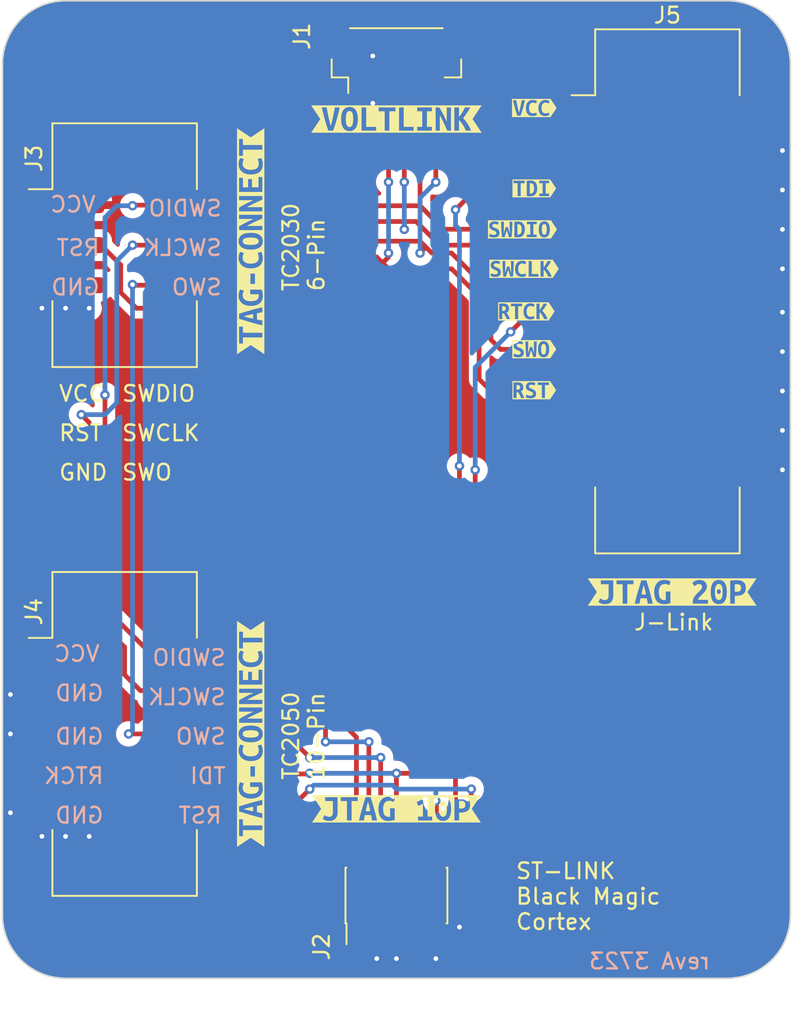
<source format=kicad_pcb>
(kicad_pcb (version 20240108) (generator "pcbnew") (generator_version "8.0")
  (layers (0 "F.Cu" signal) (31 "B.Cu" signal) (34 "B.Paste" user) (35 "F.Paste" user) (36 "B.SilkS" user "B.Silkscreen") (37 "F.SilkS" user "F.Silkscreen") (38 "B.Mask" user) (39 "F.Mask" user) (44 "Edge.Cuts" user))
  (net 0 "")
  (net 1 "VCC")
  (net 2 "GND")
  (net 3 "/RTCK")
  (net 4 "/TDI")
  (net 5 "/RESET")
  (net 6 "/TXD")
  (net 7 "/RXD")
  (net 8 "/IO0")
  (net 9 "/EN")
  (net 10 "/TMS{slash}SWDIO")
  (net 11 "/TCLK{slash}SWCLK")
  (net 12 "/TDO{slash}SWO")
  (footprint "kibuzzard-6507D818" (layer "F.Cu") (at 140.25 88.2)
    (property "Reference" "kibuzzard-6507D818" (hide yes))
    (property "Value" "G***" (hide yes))
  )
  (footprint "kibuzzard-64FC233E" (layer "F.Cu") (at 131.5 71)
    (property "Reference" "kibuzzard-64FC233E" (hide yes))
    (property "Value" "G***" (hide yes))
  )
  (footprint "kibuzzard-6507D7E8" (layer "F.Cu") (at 140.25 75.4)
    (property "Reference" "kibuzzard-6507D7E8" (hide yes))
    (property "Value" "G***" (hide yes))
  )
  (footprint "kibuzzard-64FC2395" (layer "F.Cu") (at 149 101)
    (property "Reference" "kibuzzard-64FC2395" (hide yes))
    (property "Value" "G***" (hide yes))
  )
  (footprint "Voltlog:voltlog_mask_3mm" (layer "F.Cu") (at 121.514531 94.48057 90)
    (property "Reference" "V1" (hide yes))
    (property "Value" "VOLTLOG_LOGO" (hide yes))
  )
  (footprint "kibuzzard-6507D7D7" (layer "F.Cu") (at 140.25 70.3)
    (property "Reference" "kibuzzard-6507D7D7" (hide yes))
    (property "Value" "G***" (hide yes))
  )
  (footprint "kibuzzard-6507D7FA" (layer "F.Cu") (at 139.5 78)
    (property "Reference" "kibuzzard-6507D7FA" (hide yes))
    (property "Value" "G***" (hide yes))
  )
  (footprint "kibuzzard-64FC234D" (layer "F.Cu") (at 122.25 78.75 90)
    (property "Reference" "kibuzzard-64FC234D" (hide yes))
    (property "Value" "G***" (hide yes))
  )
  (footprint "kibuzzard-6507D812" (layer "F.Cu") (at 140.25 85.6)
    (property "Reference" "kibuzzard-6507D812" (hide yes))
    (property "Value" "G***" (hide yes))
  )
  (footprint "kibuzzard-6507D800" (layer "F.Cu") (at 139.6 80.5)
    (property "Reference" "kibuzzard-6507D800" (hide yes))
    (property "Value" "G***" (hide yes))
  )
  (footprint "Connector_IDC:IDC-Header_2x05_P2.54mm_Vertical_SMD" (layer "F.Cu") (at 114.25 110)
    (property "Reference" "J4" (at -5.75 -7.75 90) (layer "F.SilkS"))
    (property "Value" "TC2050-IDC 10-Pin")
    (pad "1" smd roundrect (at -3.8 -5.08) (size 5 1.02) (layers "F.Cu" "F.Paste" "F.Mask") (net 1 "VCC"))
    (pad "2" smd roundrect (at 3.8 -5.08) (size 5 1.02) (layers "F.Cu" "F.Paste" "F.Mask") (net 10 "/TMS{slash}SWDIO"))
    (pad "3" smd roundrect (at -3.8 -2.54) (size 5 1.02) (layers "F.Cu" "F.Paste" "F.Mask") (net 2 "GND"))
    (pad "4" smd roundrect (at 3.8 -2.54) (size 5 1.02) (layers "F.Cu" "F.Paste" "F.Mask") (net 11 "/TCLK{slash}SWCLK"))
    (pad "5" smd roundrect (at -3.8 0) (size 5 1.02) (layers "F.Cu" "F.Paste" "F.Mask") (net 2 "GND"))
    (pad "6" smd roundrect (at 3.8 0) (size 5 1.02) (layers "F.Cu" "F.Paste" "F.Mask") (net 12 "/TDO{slash}SWO"))
    (pad "7" smd roundrect (at -3.8 2.54) (size 5 1.02) (layers "F.Cu" "F.Paste" "F.Mask") (net 3 "/RTCK"))
    (pad "8" smd roundrect (at 3.8 2.54) (size 5 1.02) (layers "F.Cu" "F.Paste" "F.Mask") (net 4 "/TDI"))
    (pad "9" smd roundrect (at -3.8 5.08) (size 5 1.02) (layers "F.Cu" "F.Paste" "F.Mask") (net 2 "GND"))
    (pad "10" smd roundrect (at 3.8 5.08) (size 5 1.02) (layers "F.Cu" "F.Paste" "F.Mask") (net 5 "/RESET"))
  )
  (footprint "Connector_IDC:IDC-Header_2x10_P2.54mm_Vertical_SMD" (layer "F.Cu") (at 148.7 81.93)
    (property "Reference" "J5" (at 0 -17.51 0) (layer "F.SilkS"))
    (property "Value" "Conn_ARM_JTAG_SWD_20")
    (pad "1" smd roundrect (at -3.8 -11.43) (size 5 1.02) (layers "F.Cu" "F.Paste" "F.Mask") (net 1 "VCC"))
    (pad "2" smd roundrect (at 3.8 -11.43) (size 5 1.02) (layers "F.Cu" "F.Paste" "F.Mask") (net 1 "VCC"))
    (pad "3" smd roundrect (at -3.8 -8.89) (size 5 1.02) (layers "F.Cu" "F.Paste" "F.Mask"))
    (pad "4" smd roundrect (at 3.8 -8.89) (size 5 1.02) (layers "F.Cu" "F.Paste" "F.Mask") (net 2 "GND"))
    (pad "5" smd roundrect (at -3.8 -6.35) (size 5 1.02) (layers "F.Cu" "F.Paste" "F.Mask") (net 4 "/TDI"))
    (pad "6" smd roundrect (at 3.8 -6.35) (size 5 1.02) (layers "F.Cu" "F.Paste" "F.Mask") (net 2 "GND"))
    (pad "7" smd roundrect (at -3.8 -3.81) (size 5 1.02) (layers "F.Cu" "F.Paste" "F.Mask") (net 10 "/TMS{slash}SWDIO"))
    (pad "8" smd roundrect (at 3.8 -3.81) (size 5 1.02) (layers "F.Cu" "F.Paste" "F.Mask") (net 2 "GND"))
    (pad "9" smd roundrect (at -3.8 -1.27) (size 5 1.02) (layers "F.Cu" "F.Paste" "F.Mask") (net 11 "/TCLK{slash}SWCLK"))
    (pad "10" smd roundrect (at 3.8 -1.27) (size 5 1.02) (layers "F.Cu" "F.Paste" "F.Mask") (net 2 "GND"))
    (pad "11" smd roundrect (at -3.8 1.27) (size 5 1.02) (layers "F.Cu" "F.Paste" "F.Mask") (net 3 "/RTCK"))
    (pad "12" smd roundrect (at 3.8 1.27) (size 5 1.02) (layers "F.Cu" "F.Paste" "F.Mask") (net 2 "GND"))
    (pad "13" smd roundrect (at -3.8 3.81) (size 5 1.02) (layers "F.Cu" "F.Paste" "F.Mask") (net 12 "/TDO{slash}SWO"))
    (pad "14" smd roundrect (at 3.8 3.81) (size 5 1.02) (layers "F.Cu" "F.Paste" "F.Mask") (net 2 "GND"))
    (pad "15" smd roundrect (at -3.8 6.35) (size 5 1.02) (layers "F.Cu" "F.Paste" "F.Mask") (net 5 "/RESET"))
    (pad "16" smd roundrect (at 3.8 6.35) (size 5 1.02) (layers "F.Cu" "F.Paste" "F.Mask") (net 2 "GND"))
    (pad "17" smd roundrect (at -3.8 8.89) (size 5 1.02) (layers "F.Cu" "F.Paste" "F.Mask"))
    (pad "18" smd roundrect (at 3.8 8.89) (size 5 1.02) (layers "F.Cu" "F.Paste" "F.Mask") (net 2 "GND"))
    (pad "19" smd roundrect (at -3.8 11.43) (size 5 1.02) (layers "F.Cu" "F.Paste" "F.Mask"))
    (pad "20" smd roundrect (at 3.8 11.43) (size 5 1.02) (layers "F.Cu" "F.Paste" "F.Mask") (net 2 "GND"))
  )
  (footprint "kibuzzard-64FC235A" (layer "F.Cu") (at 122.25 110 90)
    (property "Reference" "kibuzzard-64FC235A" (hide yes))
    (property "Value" "G***" (hide yes))
  )
  (footprint "Connector_IDC:IDC-Header_2x03_P2.54mm_Vertical_SMD" (layer "F.Cu") (at 114.25 79)
    (property "Reference" "J3" (at -5.75 -5.5 90) (layer "F.SilkS"))
    (property "Value" "TC2030-IDC 6-Pin")
    (pad "1" smd roundrect (at -3.8 -2.54) (size 5 1.02) (layers "F.Cu" "F.Paste" "F.Mask") (net 1 "VCC"))
    (pad "2" smd roundrect (at 3.8 -2.54) (size 5 1.02) (layers "F.Cu" "F.Paste" "F.Mask") (net 10 "/TMS{slash}SWDIO"))
    (pad "3" smd roundrect (at -3.8 0) (size 5 1.02) (layers "F.Cu" "F.Paste" "F.Mask") (net 5 "/RESET"))
    (pad "4" smd roundrect (at 3.8 0) (size 5 1.02) (layers "F.Cu" "F.Paste" "F.Mask") (net 11 "/TCLK{slash}SWCLK"))
    (pad "5" smd roundrect (at -3.8 2.54) (size 5 1.02) (layers "F.Cu" "F.Paste" "F.Mask") (net 2 "GND"))
    (pad "6" smd roundrect (at 3.8 2.54) (size 5 1.02) (layers "F.Cu" "F.Paste" "F.Mask") (net 12 "/TDO{slash}SWO"))
  )
  (footprint "NetTie:NetTie-2_SMD_Pad0.5mm" (layer "F.Cu") (at 133 71 -90)
    (property "Reference" "NT3" (hide yes))
    (property "Value" "NetTie_2")
    (fp_poly (pts (xy -0.5 -0.25) (xy 0.5 -0.25) (xy 0.5 0.25) (xy -0.5 0.25)) (fill solid) (layer "F.Cu"))
    (pad "1" smd circle (at -0.5 0 270) (size 0.5 0.5) (layers "F.Cu") (net 8 "/IO0"))
    (pad "2" smd circle (at 0.5 0 270) (size 0.5 0.5) (layers "F.Cu") (net 10 "/TMS{slash}SWDIO"))
  )
  (footprint "Voltlog:VoltLink-vertical" (layer "F.Cu") (at 131.5 67.25)
    (property "Reference" "J1" (at -6 -1.5 90) (layer "F.SilkS"))
    (property "Value" "VoltLink_target")
    (pad "1" smd roundrect (at -2.5 1.325) (size 0.6 1.55) (layers "F.Cu" "F.Paste" "F.Mask") (net 1 "VCC"))
    (pad "2" smd roundrect (at -1.5 1.325) (size 0.6 1.55) (layers "F.Cu" "F.Paste" "F.Mask") (net 2 "GND"))
    (pad "3" smd roundrect (at -0.5 1.325) (size 0.6 1.55) (layers "F.Cu" "F.Paste" "F.Mask") (net 6 "/TXD"))
    (pad "4" smd roundrect (at 0.5 1.325) (size 0.6 1.55) (layers "F.Cu" "F.Paste" "F.Mask") (net 7 "/RXD"))
    (pad "5" smd roundrect (at 1.5 1.325) (size 0.6 1.55) (layers "F.Cu" "F.Paste" "F.Mask") (net 8 "/IO0"))
    (pad "6" smd roundrect (at 2.5 1.325) (size 0.6 1.55) (layers "F.Cu" "F.Paste" "F.Mask") (net 9 "/EN"))
    (pad "MP" smd roundrect (at -3.8 -1.2) (size 1.2 1.8) (layers "F.Cu" "F.Paste" "F.Mask") (roundrect_rratio 0.2083333333))
    (pad "MP" smd roundrect (at 3.8 -1.2) (size 1.2 1.8) (layers "F.Cu" "F.Paste" "F.Mask") (roundrect_rratio 0.2083333333))
  )
  (footprint "kibuzzard-64FC2381" (layer "F.Cu") (at 131.5 114.75)
    (property "Reference" "kibuzzard-64FC2381" (hide yes))
    (property "Value" "G***" (hide yes))
  )
  (footprint "kibuzzard-6507D807" (layer "F.Cu") (at 139.75 83.2)
    (property "Reference" "kibuzzard-6507D807" (hide yes))
    (property "Value" "G***" (hide yes))
  )
  (footprint "Connector_PinHeader_1.27mm:PinHeader_2x05_P1.27mm_Vertical_SMD" (layer "F.Cu") (at 131.5 120.25 90)
    (property "Reference" "J2" (at -3.25 -4.75 -90) (layer "F.SilkS"))
    (property "Value" "JTAG 10pin P1.27mm")
    (pad "1" smd rect (at -1.95 -2.54 90) (size 2.4 0.74) (layers "F.Cu" "F.Paste" "F.Mask") (net 1 "VCC"))
    (pad "2" smd rect (at 1.95 -2.54 90) (size 2.4 0.74) (layers "F.Cu" "F.Paste" "F.Mask") (net 10 "/TMS{slash}SWDIO"))
    (pad "3" smd rect (at -1.95 -1.27 90) (size 2.4 0.74) (layers "F.Cu" "F.Paste" "F.Mask") (net 2 "GND"))
    (pad "4" smd rect (at 1.95 -1.27 90) (size 2.4 0.74) (layers "F.Cu" "F.Paste" "F.Mask") (net 11 "/TCLK{slash}SWCLK"))
    (pad "5" smd rect (at -1.95 0 90) (size 2.4 0.74) (layers "F.Cu" "F.Paste" "F.Mask") (net 2 "GND"))
    (pad "6" smd rect (at 1.95 0 90) (size 2.4 0.74) (layers "F.Cu" "F.Paste" "F.Mask") (net 12 "/TDO{slash}SWO"))
    (pad "7" smd rect (at -1.95 1.27 90) (size 2.4 0.74) (layers "F.Cu" "F.Paste" "F.Mask") (net 3 "/RTCK"))
    (pad "8" smd rect (at 1.95 1.27 90) (size 2.4 0.74) (layers "F.Cu" "F.Paste" "F.Mask") (net 4 "/TDI"))
    (pad "9" smd rect (at -1.95 2.54 90) (size 2.4 0.74) (layers "F.Cu" "F.Paste" "F.Mask") (net 2 "GND"))
    (pad "10" smd rect (at 1.95 2.54 90) (size 2.4 0.74) (layers "F.Cu" "F.Paste" "F.Mask") (net 5 "/RESET"))
  )
  (footprint "NetTie:NetTie-2_SMD_Pad0.5mm" (layer "F.Cu") (at 131 71 -90)
    (property "Reference" "NT1" (hide yes))
    (property "Value" "NetTie_2")
    (fp_poly (pts (xy -0.5 -0.25) (xy 0.5 -0.25) (xy 0.5 0.25) (xy -0.5 0.25)) (fill solid) (layer "F.Cu"))
    (pad "1" smd circle (at -0.5 0 270) (size 0.5 0.5) (layers "F.Cu") (net 6 "/TXD"))
    (pad "2" smd circle (at 0.5 0 270) (size 0.5 0.5) (layers "F.Cu") (net 5 "/RESET"))
  )
  (footprint "NetTie:NetTie-2_SMD_Pad0.5mm" (layer "F.Cu") (at 134 71 -90)
    (property "Reference" "NT4" (hide yes))
    (property "Value" "NetTie_2")
    (fp_poly (pts (xy -0.5 -0.25) (xy 0.5 -0.25) (xy 0.5 0.25) (xy -0.5 0.25)) (fill solid) (layer "F.Cu"))
    (pad "1" smd circle (at -0.5 0 270) (size 0.5 0.5) (layers "F.Cu") (net 9 "/EN"))
    (pad "2" smd circle (at 0.5 0 270) (size 0.5 0.5) (layers "F.Cu") (net 12 "/TDO{slash}SWO"))
  )
  (footprint "NetTie:NetTie-2_SMD_Pad0.5mm" (layer "F.Cu") (at 132 71 -90)
    (property "Reference" "NT2" (hide yes))
    (property "Value" "NetTie_2")
    (fp_poly (pts (xy -0.5 -0.25) (xy 0.5 -0.25) (xy 0.5 0.25) (xy -0.5 0.25)) (fill solid) (layer "F.Cu"))
    (pad "1" smd circle (at -0.5 0 270) (size 0.5 0.5) (layers "F.Cu") (net 7 "/RXD"))
    (pad "2" smd circle (at 0.5 0 270) (size 0.5 0.5) (layers "F.Cu") (net 11 "/TCLK{slash}SWCLK"))
  )
  (gr_arc (start 152.5 63.5) (mid 155.328427 64.671573) (end 156.5 67.5) (stroke (width 0.1)) (layer "Edge.Cuts"))
  (gr_arc (start 156.5 121.5) (mid 155.328427 124.328427) (end 152.5 125.5) (stroke (width 0.1)) (layer "Edge.Cuts"))
  (gr_line (start 156.5 67.5) (end 156.5 121.5) (stroke (width 0.1)) (layer "Edge.Cuts"))
  (gr_line (start 110.5 63.5) (end 152.5 63.5) (stroke (width 0.1)) (layer "Edge.Cuts"))
  (gr_arc (start 106.5 67.5) (mid 107.671573 64.671573) (end 110.5 63.5) (stroke (width 0.1)) (layer "Edge.Cuts"))
  (gr_line (start 152.5 125.5) (end 110.5 125.5) (stroke (width 0.1)) (layer "Edge.Cuts"))
  (gr_line (start 106.5 121.5) (end 106.5 67.5) (stroke (width 0.1)) (layer "Edge.Cuts"))
  (gr_arc (start 110.5 125.5) (mid 107.671573 124.328427) (end 106.5 121.5) (stroke (width 0.1)) (layer "Edge.Cuts"))
  (gr_text "SWDIO" (at 120.5 77.25 0) (layer "B.SilkS") (effects (font (size 1 1)) (justify left bottom mirror)))
  (gr_text "VCC" (at 112.75 105.5 0) (layer "B.SilkS") (effects (font (size 1 1)) (justify left bottom mirror)))
  (gr_text "GND" (at 113 115.75 0) (layer "B.SilkS") (effects (font (size 1 1)) (justify left bottom mirror)))
  (gr_text "RST" (at 112.75 79.75 0) (layer "B.SilkS") (effects (font (size 1 1)) (justify left bottom mirror)))
  (gr_text "GND" (at 113 108 0) (layer "B.SilkS") (effects (font (size 1 1)) (justify left bottom mirror)))
  (gr_text "GND" (at 112.75 82.25 0) (layer "B.SilkS") (effects (font (size 1 1)) (justify left bottom mirror)))
  (gr_text "SWCLK" (at 120.75 108.25 0) (layer "B.SilkS") (effects (font (size 1 1)) (justify left bottom mirror)))
  (gr_text "SWO" (at 120.5 82.25 0) (layer "B.SilkS") (effects (font (size 1 1)) (justify left bottom mirror)))
  (gr_text "SWO" (at 120.75 110.75 0) (layer "B.SilkS") (effects (font (size 1 1)) (justify left bottom mirror)))
  (gr_text "VCC" (at 112.5 77 0) (layer "B.SilkS") (effects (font (size 1 1)) (justify left bottom mirror)))
  (gr_text "RST" (at 120.5 115.75 0) (layer "B.SilkS") (effects (font (size 1 1)) (justify left bottom mirror)))
  (gr_text "revA 3723" (at 151.5 125 0) (layer "B.SilkS") (effects (font (size 1 1)) (justify left bottom mirror)))
  (gr_text "SWDIO" (at 120.75 105.75 0) (layer "B.SilkS") (effects (font (size 1 1)) (justify left bottom mirror)))
  (gr_text "TDI" (at 120.75 113.25 0) (layer "B.SilkS") (effects (font (size 1 1)) (justify left bottom mirror)))
  (gr_text "RTCK" (at 113 113.25 0) (layer "B.SilkS") (effects (font (size 1 1)) (justify left bottom mirror)))
  (gr_text "SWCLK" (at 120.5 79.75 0) (layer "B.SilkS") (effects (font (size 1 1)) (justify left bottom mirror)))
  (gr_text "GND" (at 113 110.75 0) (layer "B.SilkS") (effects (font (size 1 1)) (justify left bottom mirror)))
  (gr_text "RST" (at 110 91.5 -0) (layer "F.SilkS") (effects (font (size 1 1)) (justify left bottom)))
  (gr_text "SWO" (at 114 94 -0) (layer "F.SilkS") (effects (font (size 1 1)) (justify left bottom)))
  (gr_text "SWDIO" (at 114 89 -0) (layer "F.SilkS") (effects (font (size 1 1)) (justify left bottom)))
  (gr_text "TC2050\n10-Pin" (at 127 113 90) (layer "F.SilkS") (effects (font (size 1 1)) (justify left bottom)))
  (gr_text "J-Link" (at 146.5 103.5 0) (layer "F.SilkS") (effects (font (size 1 1)) (justify left bottom)))
  (gr_text "GND" (at 110 94 -0) (layer "F.SilkS") (effects (font (size 1 1)) (justify left bottom)))
  (gr_text "VCC" (at 110 89 -0) (layer "F.SilkS") (effects (font (size 1 1)) (justify left bottom)))
  (gr_text "SWCLK" (at 114 91.5 -0) (layer "F.SilkS") (effects (font (size 1 1)) (justify left bottom)))
  (gr_text "TC2030\n6-Pin" (at 127 82 90) (layer "F.SilkS") (effects (font (size 1 1)) (justify left bottom)))
  (gr_text "ST-LINK\nBlack Magic\nCortex\n" (at 139 122.5 0) (layer "F.SilkS") (effects (font (size 1 1)) (justify left bottom)))
  (segment (start 152.5 90.69) (end 155.94 90.69) (width 0.4) (layer "F.Cu") (net 2))
  (segment (start 111.96 81.54) (end 112 81.5) (width 0.4) (layer "F.Cu") (net 2))
  (segment (start 110.45 110) (end 107 110) (width 0.4) (layer "F.Cu") (net 2))
  (segment (start 152.5 93.23) (end 155.98 93.23) (width 0.4) (layer "F.Cu") (net 2))
  (segment (start 152.5 83.07) (end 155.82 83.07) (width 0.4) (layer "F.Cu") (net 2))
  (segment (start 152.5 77.99) (end 152.5 80.53) (width 0.4) (layer "F.Cu") (net 2))
  (segment (start 110.45 110) (end 110.45 107.46) (width 0.4) (layer "F.Cu") (net 2))
  (segment (start 110.45 115.08) (end 107.08 115.08) (width 0.4) (layer "F.Cu") (net 2))
  (segment (start 155.82 83.07) (end 156 83.25) (width 0.4) (layer "F.Cu") (net 2))
  (segment (start 155.99 77.99) (end 156 78) (width 0.4) (layer "F.Cu") (net 2))
  (segment (start 155.97 80.53) (end 156 80.5) (width 0.4) (layer "F.Cu") (net 2))
  (segment (start 155.9 88.15) (end 156 88.25) (width 0.4) (layer "F.Cu") (net 2))
  (segment (start 112 81.5) (end 112 83) (width 0.4) (layer "F.Cu") (net 2))
  (segment (start 155.91 72.91) (end 156 73) (width 0.4) (layer "F.Cu") (net 2))
  (segment (start 130.23 122.2) (end 130.23 124.23) (width 0.4) (layer "F.Cu") (net 2))
  (segment (start 110.45 115.08) (end 111.58 115.08) (width 0.4) (layer "F.Cu") (net 2))
  (segment (start 130.23 122.2) (end 131.5 122.2) (width 0.4) (layer "F.Cu") (net 2))
  (segment (start 152.5 77.99) (end 155.99 77.99) (width 0.4) (layer "F.Cu") (net 2))
  (segment (start 131.5 122.2) (end 131.5 124.25) (width 0.4) (layer "F.Cu") (net 2))
  (segment (start 155.95 75.45) (end 156 75.5) (width 0.4) (layer "F.Cu") (net 2))
  (segment (start 109.04 81.54) (end 109 81.5) (width 0.4) (layer "F.Cu") (net 2))
  (segment (start 110.45 115.08) (end 110.45 116.45) (width 0.4) (layer "F.Cu") (net 2))
  (segment (start 152.5 72.91) (end 152.5 75.45) (width 0.4) (layer "F.Cu") (net 2))
  (segment (start 130 68.575) (end 130 70) (width 0.4) (layer "F.Cu") (net 2))
  (segment (start 110.45 81.54) (end 110.45 82.95) (width 0.4) (layer "F.Cu") (net 2))
  (segment (start 152.5 80.53) (end 155.97 80.53) (width 0.4) (layer "F.Cu") (net 2))
  (segment (start 152.5 90.69) (end 152.5 93.23) (width 0.4) (layer "F.Cu") (net 2))
  (segment (start 152.5 80.53) (end 152.5 83.07) (width 0.4) (layer "F.Cu") (net 2))
  (segment (start 109.42 115.08) (end 109 115.5) (width 0.4) (layer "F.Cu") (net 2))
  (segment (start 112 115.5) (end 112 116.5) (width 0.4) (layer "F.Cu") (net 2))
  (segment (start 134.04 124.21) (end 134 124.25) (width 0.4) (layer "F.Cu") (net 2))
  (segment (start 110.45 81.54) (end 109.04 81.54) (width 0.4) (layer "F.Cu") (net 2))
  (segment (start 110.45 81.54) (end 111.96 81.54) (width 0.4) (layer "F.Cu") (net 2))
  (segment (start 152.5 72.91) (end 155.91 72.91) (width 0.4) (layer "F.Cu") (net 2))
  (segment (start 152.5 85.61) (end 152.5 88.15) (width 0.4) (layer "F.Cu") (net 2))
  (segment (start 107.08 115.08) (end 107 115) (width 0.4) (layer "F.Cu") (net 2))
  (segment (start 110.45 115.08) (end 109.42 115.08) (width 0.4) (layer "F.Cu") (net 2))
  (segment (start 155.94 90.69) (end 156 90.75) (width 0.4) (layer "F.Cu") (net 2))
  (segment (start 110.45 107.46) (end 107.04 107.46) (width 0.4) (layer "F.Cu") (net 2))
  (segment (start 130.23 124.23) (end 130.25 124.25) (width 0.4) (layer "F.Cu") (net 2))
  (segment (start 155.98 93.23) (end 156 93.25) (width 0.4) (layer "F.Cu") (net 2))
  (segment (start 107.04 107.46) (end 107 107.5) (width 0.4) (layer "F.Cu") (net 2))
  (segment (start 134.04 122.2) (end 134.04 124.21) (width 0.4) (layer "F.Cu") (net 2))
  (segment (start 152.5 75.45) (end 155.95 75.45) (width 0.4) (layer "F.Cu") (net 2))
  (segment (start 152.5 88.15) (end 152.5 90.69) (width 0.4) (layer "F.Cu") (net 2))
  (segment (start 110.45 116.45) (end 110.5 116.5) (width 0.4) (layer "F.Cu") (net 2))
  (segment (start 155.86 85.61) (end 156 85.75) (width 0.4) (layer "F.Cu") (net 2))
  (segment (start 135.45 122.2) (end 135.5 122.25) (width 0.4) (layer "F.Cu") (net 2))
  (segment (start 152.5 83.07) (end 152.5 85.61) (width 0.4) (layer "F.Cu") (net 2))
  (segment (start 109 81.5) (end 109 83) (width 0.4) (layer "F.Cu") (net 2))
  (segment (start 111.58 115.08) (end 112 115.5) (width 0.4) (layer "F.Cu") (net 2))
  (segment (start 130 68.575) (end 130 67) (width 0.4) (layer "F.Cu") (net 2))
  (segment (start 134.04 122.2) (end 135.45 122.2) (width 0.4) (layer "F.Cu") (net 2))
  (segment (start 152.5 88.15) (end 155.9 88.15) (width 0.4) (layer "F.Cu") (net 2))
  (segment (start 109 115.5) (end 109 116.5) (width 0.4) (layer "F.Cu") (net 2))
  (segment (start 110.45 82.95) (end 110.5 83) (width 0.4) (layer "F.Cu") (net 2))
  (segment (start 152.5 75.45) (end 152.5 77.99) (width 0.4) (layer "F.Cu") (net 2))
  (segment (start 152.5 85.61) (end 155.86 85.61) (width 0.4) (layer "F.Cu") (net 2))
  (via (at 156 88.25) (size 0.6) (drill 0.3) (layers "F.Cu" "B.Cu") (net 2))
  (via (at 110.5 83) (size 0.6) (drill 0.3) (layers "F.Cu" "B.Cu") (net 2))
  (via (at 156 78) (size 0.6) (drill 0.3) (layers "F.Cu" "B.Cu") (net 2))
  (via (at 130 67) (size 0.6) (drill 0.3) (layers "F.Cu" "B.Cu") (net 2))
  (via (at 156 90.75) (size 0.6) (drill 0.3) (layers "F.Cu" "B.Cu") (net 2))
  (via (at 131.5 124.25) (size 0.6) (drill 0.3) (layers "F.Cu" "B.Cu") (net 2))
  (via (at 130.25 124.25) (size 0.6) (drill 0.3) (layers "F.Cu" "B.Cu") (net 2))
  (via (at 156 80.5) (size 0.6) (drill 0.3) (layers "F.Cu" "B.Cu") (net 2))
  (via (at 112 116.5) (size 0.6) (drill 0.3) (layers "F.Cu" "B.Cu") (net 2))
  (via (at 109 116.5) (size 0.6) (drill 0.3) (layers "F.Cu" "B.Cu") (net 2))
  (via (at 107 115) (size 0.6) (drill 0.3) (layers "F.Cu" "B.Cu") (net 2))
  (via (at 134 124.25) (size 0.6) (drill 0.3) (layers "F.Cu" "B.Cu") (net 2))
  (via (at 135.5 122.25) (size 0.6) (drill 0.3) (layers "F.Cu" "B.Cu") (net 2))
  (via (at 156 93.25) (size 0.6) (drill 0.3) (layers "F.Cu" "B.Cu") (net 2))
  (via (at 112 83) (size 0.6) (drill 0.3) (layers "F.Cu" "B.Cu") (net 2))
  (via (at 107 107.5) (size 0.6) (drill 0.3) (layers "F.Cu" "B.Cu") (net 2))
  (via (at 110.5 116.5) (size 0.6) (drill 0.3) (layers "F.Cu" "B.Cu") (net 2))
  (via (at 107 110) (size 0.6) (drill 0.3) (layers "F.Cu" "B.Cu") (net 2))
  (via (at 109 83) (size 0.6) (drill 0.3) (layers "F.Cu" "B.Cu") (net 2))
  (via (at 156 73) (size 0.6) (drill 0.3) (layers "F.Cu" "B.Cu") (net 2))
  (via (at 156 85.75) (size 0.6) (drill 0.3) (layers "F.Cu" "B.Cu") (net 2))
  (via (at 130 70) (size 0.6) (drill 0.3) (layers "F.Cu" "B.Cu") (net 2))
  (via (at 156 83.25) (size 0.6) (drill 0.3) (layers "F.Cu" "B.Cu") (net 2))
  (via (at 156 75.5) (size 0.6) (drill 0.3) (layers "F.Cu" "B.Cu") (net 2))
  (segment (start 124.5 117) (end 127.75 120.25) (width 0.3) (layer "F.Cu") (net 3))
  (segment (start 127.75 120.25) (end 132.25 120.25) (width 0.3) (layer "F.Cu") (net 3))
  (segment (start 144.9 83.07) (end 140.18 83.07) (width 0.3) (layer "F.Cu") (net 3))
  (segment (start 134.75 120.25) (end 132.25 120.25) (width 0.3) (layer "F.Cu") (net 3))
  (segment (start 135.25 119.75) (end 134.75 120.25) (width 0.3) (layer "F.Cu") (net 3))
  (segment (start 113.5 113.25) (end 113.5 114.75) (width 0.3) (layer "F.Cu") (net 3))
  (segment (start 112.79 112.54) (end 113.5 113.25) (width 0.3) (layer "F.Cu") (net 3))
  (segment (start 132.25 120.25) (end 132.77 120.77) (width 0.3) (layer "F.Cu") (net 3))
  (segment (start 110.45 112.54) (end 112.79 112.54) (width 0.3) (layer "F.Cu") (net 3))
  (segment (start 140.18 83.07) (end 138.75 84.5) (width 0.3) (layer "F.Cu") (net 3))
  (segment (start 115.75 117) (end 124.5 117) (width 0.3) (layer "F.Cu") (net 3))
  (segment (start 136.5 93.25) (end 136.5 111.25) (width 0.3) (layer "F.Cu") (net 3))
  (segment (start 132.77 120.77) (end 132.77 122.2) (width 0.3) (layer "F.Cu") (net 3))
  (segment (start 113.5 114.75) (end 115.75 117) (width 0.3) (layer "F.Cu") (net 3))
  (segment (start 135.25 112.5) (end 135.25 119.75) (width 0.3) (layer "F.Cu") (net 3))
  (segment (start 136.5 111.25) (end 135.25 112.5) (width 0.3) (layer "F.Cu") (net 3))
  (via (at 138.75 84.5) (size 0.6) (drill 0.3) (layers "F.Cu" "B.Cu") (net 3))
  (via (at 136.5 93.25) (size 0.6) (drill 0.3) (layers "F.Cu" "B.Cu") (net 3))
  (segment (start 136.5 86.75) (end 138.75 84.5) (width 0.3) (layer "B.Cu") (net 3))
  (segment (start 136.5 93.25) (end 136.5 86.75) (width 0.3) (layer "B.Cu") (net 3))
  (segment (start 135.5 93) (end 135.5 109.75) (width 0.3) (layer "F.Cu") (net 4))
  (segment (start 132.77 115.52) (end 132.77 118.3) (width 0.3) (layer "F.Cu") (net 4))
  (segment (start 135.25 76.75) (end 136.55 75.45) (width 0.3) (layer "F.Cu") (net 4))
  (segment (start 132.75 112.5) (end 131.5 112.5) (width 0.3) (layer "F.Cu") (net 4))
  (segment (start 118.05 112.54) (end 125.96 112.54) (width 0.3) (layer "F.Cu") (net 4))
  (segment (start 136.55 75.45) (end 144.9 75.45) (width 0.3) (layer "F.Cu") (net 4))
  (segment (start 135.5 109.75) (end 132.75 112.5) (width 0.3) (layer "F.Cu") (net 4))
  (segment (start 131.5 112.5) (end 131.5 114.25) (width 0.3) (layer "F.Cu") (net 4))
  (segment (start 125.96 112.54) (end 126 112.5) (width 0.3) (layer "F.Cu") (net 4))
  (segment (start 131.5 114.25) (end 132.77 115.52) (width 0.3) (layer "F.Cu") (net 4))
  (via (at 135.25 76.75) (size 0.6) (drill 0.3) (layers "F.Cu" "B.Cu") (net 4))
  (via (at 135.5 93) (size 0.6) (drill 0.3) (layers "F.Cu" "B.Cu") (net 4))
  (via (at 126 112.5) (size 0.6) (drill 0.3) (layers "F.Cu" "B.Cu") (net 4))
  (via (at 131.5 112.5) (size 0.6) (drill 0.3) (layers "F.Cu" "B.Cu") (net 4))
  (segment (start 126 112.5) (end 131.5 112.5) (width 0.3) (layer "B.Cu") (net 4))
  (segment (start 135.5 78) (end 135.25 77.75) (width 0.3) (layer "B.Cu") (net 4))
  (segment (start 135.25 77.75) (end 135.25 76.75) (width 0.3) (layer "B.Cu") (net 4))
  (segment (start 135.5 93) (end 135.5 78) (width 0.3) (layer "B.Cu") (net 4))
  (segment (start 125 79.75) (end 121.75 83) (width 0.3) (layer "F.Cu") (net 5))
  (segment (start 114 82) (end 114 80.25) (width 0.3) (layer "F.Cu") (net 5))
  (segment (start 130.25 79.75) (end 125 79.75) (width 0.3) (layer "F.Cu") (net 5))
  (segment (start 135 80.5) (end 131 80.5) (width 0.3) (layer "F.Cu") (net 5))
  (segment (start 134.04 118.3) (end 134.04 114.29) (width 0.3) (layer "F.Cu") (net 5))
  (segment (start 115 83) (end 114 82) (width 0.3) (layer "F.Cu") (net 5))
  (segment (start 147.65 88.15) (end 144.9 88.15) (width 0.3) (layer "F.Cu") (net 5))
  (segment (start 148.25 88.75) (end 147.65 88.15) (width 0.3) (layer "F.Cu") (net 5))
  (segment (start 131 80.5) (end 130.625 80.125) (width 0.3) (layer "F.Cu") (net 5))
  (segment (start 121.75 83) (end 115 83) (width 0.3) (layer "F.Cu") (net 5))
  (segment (start 137.75 120.75) (end 147.75 120.75) (width 0.3) (layer "F.Cu") (net 5))
  (segment (start 136.75 87.5) (end 136.75 82.25) (width 0.3) (layer "F.Cu") (net 5))
  (segment (start 131 79.75) (end 131 79.5) (width 0.3) (layer "F.Cu") (net 5))
  (segment (start 124.42 115.08) (end 118.05 115.08) (width 0.3) (layer "F.Cu") (net 5))
  (segment (start 114 80.25) (end 112.75 79) (width 0.3) (layer "F.Cu") (net 5))
  (segment (start 137.4 88.15) (end 136.75 87.5) (width 0.3) (layer "F.Cu") (net 5))
  (segment (start 136.25 119.25) (end 137.75 120.75) (width 0.3) (layer "F.Cu") (net 5))
  (segment (start 126 113.5) (end 124.42 115.08) (width 0.3) (layer "F.Cu") (net 5))
  (segment (start 112.75 79) (end 110.45 79) (width 0.3) (layer "F.Cu") (net 5))
  (segment (start 130.625 80.125) (end 131 79.75) (width 0.3) (layer "F.Cu") (net 5))
  (segment (start 148.25 120.25) (end 148.25 88.75) (width 0.3) (layer "F.Cu") (net 5))
  (segment (start 144.9 88.15) (end 137.4 88.15) (width 0.3) (layer "F.Cu") (net 5))
  (segment (start 136.25 113.5) (end 136.25 119.25) (width 0.3) (layer "F.Cu") (net 5))
  (segment (start 136.75 82.25) (end 135 80.5) (width 0.3) (layer "F.Cu") (net 5))
  (segment (start 130.625 80.125) (end 130.25 79.75) (width 0.3) (layer "F.Cu") (net 5))
  (segment (start 147.75 120.75) (end 148.25 120.25) (width 0.3) (layer "F.Cu") (net 5))
  (segment (start 131 71.5) (end 131 75) (width 0.3) (layer "F.Cu") (net 5))
  (segment (start 134.04 114.29) (end 134 114.25) (width 0.3) (layer "F.Cu") (net 5))
  (via (at 134 114.25) (size 0.6) (drill 0.3) (layers "F.Cu" "B.Cu") (net 5))
  (via (at 136.25 113.5) (size 0.6) (drill 0.3) (layers "F.Cu" "B.Cu") (net 5))
  (via (at 126 113.5) (size 0.6) (drill 0.3) (layers "F.Cu" "B.Cu") (net 5))
  (via (at 131 75) (size 0.6) (drill 0.3) (layers "F.Cu" "B.Cu") (net 5))
  (via (at 131 79.5) (size 0.6) (drill 0.3) (layers "F.Cu" "B.Cu") (net 5))
  (segment (start 134 114.25) (end 134 113.5) (width 0.3) (layer "B.Cu") (net 5))
  (segment (start 136.25 113.5) (end 134 113.5) (width 0.3) (layer "B.Cu") (net 5))
  (segment (start 126.25 113.25) (end 126 113.5) (width 0.3) (layer "B.Cu") (net 5))
  (segment (start 131.25 113.25) (end 126.25 113.25) (width 0.3) (layer "B.Cu") (net 5))
  (segment (start 134 113.5) (end 131.5 113.5) (width 0.3) (layer "B.Cu") (net 5))
  (segment (start 131.5 113.5) (end 131.25 113.25) (width 0.3) (layer "B.Cu") (net 5))
  (segment (start 131 75) (end 131 79.5) (width 0.3) (layer "B.Cu") (net 5))
  (segment (start 131 68.575) (end 131 70.5) (width 0.4) (layer "F.Cu") (net 6))
  (segment (start 132 68.575) (end 132 70.5) (width 0.4) (layer "F.Cu") (net 7))
  (segment (start 133 68.575) (end 133 70.5) (width 0.4) (layer "F.Cu") (net 8))
  (segment (start 134 68.575) (end 134 70.5) (width 0.4) (layer "F.Cu") (net 9))
  (segment (start 118.09 76.5) (end 118.05 76.46) (width 0.3) (layer "F.Cu") (net 10))
  (segment (start 133 71.5) (end 133 76.5) (width 0.3) (layer "F.Cu") (net 10))
  (segment (start 144.9 77.99) (end 134.49 77.99) (width 0.3) (layer "F.Cu") (net 10))
  (segment (start 134.49 77.99) (end 133 76.5) (width 0.3) (layer "F.Cu") (net 10))
  (segment (start 133 76.5) (end 118.09 76.5) (width 0.3) (layer "F.Cu") (net 10))
  (segment (start 123.67 104.92) (end 128.96 110.21) (width 0.3) (layer "F.Cu") (net 10))
  (segment (start 113 88.5) (end 113 102) (width 0.3) (layer "F.Cu") (net 10))
  (segment (start 118.05 76.46) (end 114.79 76.46) (width 0.3) (layer "F.Cu") (net 10))
  (segment (start 114.79 76.46) (end 114.75 76.5) (width 0.3) (layer "F.Cu") (net 10))
  (segment (start 113 102) (end 115.92 104.92) (width 0.3) (layer "F.Cu") (net 10))
  (segment (start 118.05 104.92) (end 123.67 104.92) (width 0.3) (layer "F.Cu") (net 10))
  (segment (start 115.92 104.92) (end 118.05 104.92) (width 0.3) (layer "F.Cu") (net 10))
  (segment (start 128.96 110.21) (end 128.96 118.3) (width 0.3) (layer "F.Cu") (net 10))
  (via (at 113 88.5) (size 0.6) (drill 0.3) (layers "F.Cu" "B.Cu") (net 10))
  (via (at 114.75 76.5) (size 0.6) (drill 0.3) (layers "F.Cu" "B.Cu") (net 10))
  (segment (start 113 77.25) (end 113.75 76.5) (width 0.3) (layer "B.Cu") (net 10))
  (segment (start 113.75 76.5) (end 114.75 76.5) (width 0.3) (layer "B.Cu") (net 10))
  (segment (start 113 88.5) (end 113 77.25) (width 0.3) (layer "B.Cu") (net 10))
  (segment (start 129.75 110.5) (end 129.75 116) (width 0.3) (layer "F.Cu") (net 11))
  (segment (start 142 80.5) (end 144.87 80.5) (width 0.3) (layer "F.Cu") (net 11))
  (segment (start 115.25 107.25) (end 117.84 107.25) (width 0.3) (layer "F.Cu") (net 11))
  (segment (start 134.25 79) (end 140.5 79) (width 0.3) (layer "F.Cu") (net 11))
  (segment (start 130.23 116.52) (end 130.23 118.3) (width 0.3) (layer "F.Cu") (net 11))
  (segment (start 118.05 107.46) (end 124.96 107.46) (width 0.3) (layer "F.Cu") (net 11))
  (segment (start 127 109.5) (end 127 110.5) (width 0.3) (layer "F.Cu") (net 11))
  (segment (start 114.25 106.25) (end 115.25 107.25) (width 0.3) (layer "F.Cu") (net 11))
  (segment (start 118.05 79) (end 122 79) (width 0.3) (layer "F.Cu") (net 11))
  (segment (start 129.75 116) (end 130.25 116.5) (width 0.3) (layer "F.Cu") (net 11))
  (segment (start 123.5 77.5) (end 132 77.5) (width 0.3) (layer "F.Cu") (net 11))
  (segment (start 132 77.5) (end 132 78) (width 0.3) (layer "F.Cu") (net 11))
  (segment (start 144.87 80.5) (end 144.9 80.53) (width 0.3) (layer "F.Cu") (net 11))
  (segment (start 112 102.25) (end 114.25 104.5) (width 0.3) (layer "F.Cu") (net 11))
  (segment (start 114.25 104.5) (end 114.25 106.25) (width 0.3) (layer "F.Cu") (net 11))
  (segment (start 118.05 79) (end 114.75 79) (width 0.3) (layer "F.Cu") (net 11))
  (segment (start 117.84 107.25) (end 118.05 107.46) (width 0.3) (layer "F.Cu") (net 11))
  (segment (start 130.25 116.5) (end 130.23 116.52) (width 0.3) (layer "F.Cu") (net 11))
  (segment (start 140.5 79) (end 142 80.5) (width 0.3) (layer "F.Cu") (net 11))
  (segment (start 132 71.5) (end 132 75) (width 0.3) (layer "F.Cu") (net 11))
  (segment (start 132 77.5) (end 132.75 77.5) (width 0.3) (layer "F.Cu") (net 11))
  (segment (start 122 79) (end 123.5 77.5) (width 0.3) (layer "F.Cu") (net 11))
  (segment (start 132.75 77.5) (end 134.25 79) (width 0.3) (layer "F.Cu") (net 11))
  (segment (start 111.5 89.75) (end 112 90.25) (width 0.3) (layer "F.Cu") (net 11))
  (segment (start 112 90.25) (end 112 102.25) (width 0.3) (layer "F.Cu") (net 11))
  (segment (start 124.96 107.46) (end 127 109.5) (width 0.3) (layer "F.Cu") (net 11))
  (via (at 132 75) (size 0.6) (drill 0.3) (layers "F.Cu" "B.Cu") (net 11))
  (via (at 129.75 110.5) (size 0.6) (drill 0.3) (layers "F.Cu" "B.Cu") (net 11))
  (via (at 111.5 89.75) (size 0.6) (drill 0.3) (layers "F.Cu" "B.Cu") (net 11))
  (via (at 132 78) (size 0.6) (drill 0.3) (layers "F.Cu" "B.Cu") (net 11))
  (via (at 114.75 79) (size 0.6) (drill 0.3) (layers "F.Cu" "B.Cu") (net 11))
  (via (at 127 110.5) (size 0.6) (drill 0.3) (layers "F.Cu" "B.Cu") (net 11))
  (segment (start 113.75 89) (end 113.75 80) (width 0.3) (layer "B.Cu") (net 11))
  (segment (start 111.5 89.75) (end 113 89.75) (width 0.3) (layer "B.Cu") (net 11))
  (segment (start 132 75) (end 132 78) (width 0.3) (layer "B.Cu") (net 11))
  (segment (start 113 89.75) (end 113.75 89) (width 0.3) (layer "B.Cu") (net 11))
  (segment (start 127 110.5) (end 129.75 110.5) (width 0.3) (layer "B.Cu") (net 11))
  (segment (start 113.75 80) (end 114.75 79) (width 0.3) (layer "B.Cu") (net 11))
  (segment (start 133.25 79.25) (end 133.25 79) (width 0.3) (layer "F.Cu") (net 12))
  (segment (start 124.5 110) (end 126 111.5) (width 0.3) (layer "F.Cu") (net 12))
  (segment (start 121.21 81.54) (end 124 78.75) (width 0.3) (layer "F.Cu") (net 12))
  (segment (start 131.5 116.5) (end 131.5 118.3) (width 0.3) (layer "F.Cu") (net 12))
  (segment (start 137.5 85) (end 138.11 85.61) (width 0.3) (layer "F.Cu") (net 12))
  (segment (start 138.11 85.61) (end 144.9 85.61) (width 0.3) (layer "F.Cu") (net 12))
  (segment (start 118.05 81.54) (end 114.79 81.54) (width 0.3) (layer "F.Cu") (net 12))
  (segment (start 130.5 115.5) (end 131.5 116.5) (width 0.3) (layer "F.Cu") (net 12))
  (segment (start 118.05 81.54) (end 121.21 81.54) (width 0.3) (layer "F.Cu") (net 12))
  (segment (start 135 79.5) (end 137.5 82) (width 0.3) (layer "F.Cu") (net 12))
  (segment (start 114.5 110) (end 118.05 110) (width 0.3) (layer "F.Cu") (net 12))
  (segment (start 137.5 82) (end 137.5 85) (width 0.3) (layer "F.Cu") (net 12))
  (segment (start 134 71.5) (end 134 75) (width 0.3) (layer "F.Cu") (net 12))
  (segment (start 133 78.75) (end 133.25 79) (width 0.3) (layer "F.Cu") (net 12))
  (segment (start 114.79 81.54) (end 114.75 81.5) (width 0.3) (layer "F.Cu") (net 12))
  (segment (start 130.5 111.5) (end 130.5 115.5) (width 0.3) (layer "F.Cu") (net 12))
  (segment (start 133 79.5) (end 133.25 79.25) (width 0.3) (layer "F.Cu") (net 12))
  (segment (start 133.25 79) (end 133.75 79.5) (width 0.3) (layer "F.Cu") (net 12))
  (segment (start 133.75 79.5) (end 135 79.5) (width 0.3) (layer "F.Cu") (net 12))
  (segment (start 124 78.75) (end 133 78.75) (width 0.3) (layer "F.Cu") (net 12))
  (segment (start 118.05 110) (end 124.5 110) (width 0.3) (layer "F.Cu") (net 12))
  (via (at 114.75 81.5) (size 0.6) (drill 0.3) (layers "F.Cu" "B.Cu") (net 12))
  (via (at 114.5 110) (size 0.6) (drill 0.3) (layers "F.Cu" "B.Cu") (net 12))
  (via (at 134 75) (size 0.6) (drill 0.3) (layers "F.Cu" "B.Cu") (net 12))
  (via (at 133 79.5) (size 0.6) (drill 0.3) (layers "F.Cu" "B.Cu") (net 12))
  (via (at 126 111.5) (size 0.6) (drill 0.3) (layers "F.Cu" "B.Cu") (net 12))
  (via (at 130.5 111.5) (size 0.6) (drill 0.3) (layers "F.Cu" "B.Cu") (net 12))
  (segment (start 114.75 81.5) (end 114.75 109.75) (width 0.3) (layer "B.Cu") (net 12))
  (segment (start 133 76) (end 134 75) (width 0.3) (layer "B.Cu") (net 12))
  (segment (start 114.75 109.75) (end 114.5 110) (width 0.3) (layer "B.Cu") (net 12))
  (segment (start 126 111.5) (end 130.5 111.5) (width 0.3) (layer "B.Cu") (net 12))
  (segment (start 133 79.5) (end 133 76) (width 0.3) (layer "B.Cu") (net 12))
  (zone (net 1) (net_name "VCC") (layer "F.Cu") (name "vcc") (connect_pads (clearance 0.5)) (min_thickness 0.25) (fill yes (thermal_gap 0.5) (thermal_bridge_width 0.5))
    (polygon (pts (xy 106.5 63.5) (xy 156.5 63.5) (xy 156.5 125.5) (xy 106.5 125.5)))
  )
  (zone (net 2) (net_name "GND") (layer "B.Cu") (name "gnd") (connect_pads (clearance 0.5)) (min_thickness 0.25) (fill yes (thermal_gap 0.5) (thermal_bridge_width 0.5))
    (polygon (pts (xy 106.5 63.5) (xy 156.5 63.5) (xy 156.5 125.5) (xy 106.5 125.5)))
  )
)
</source>
